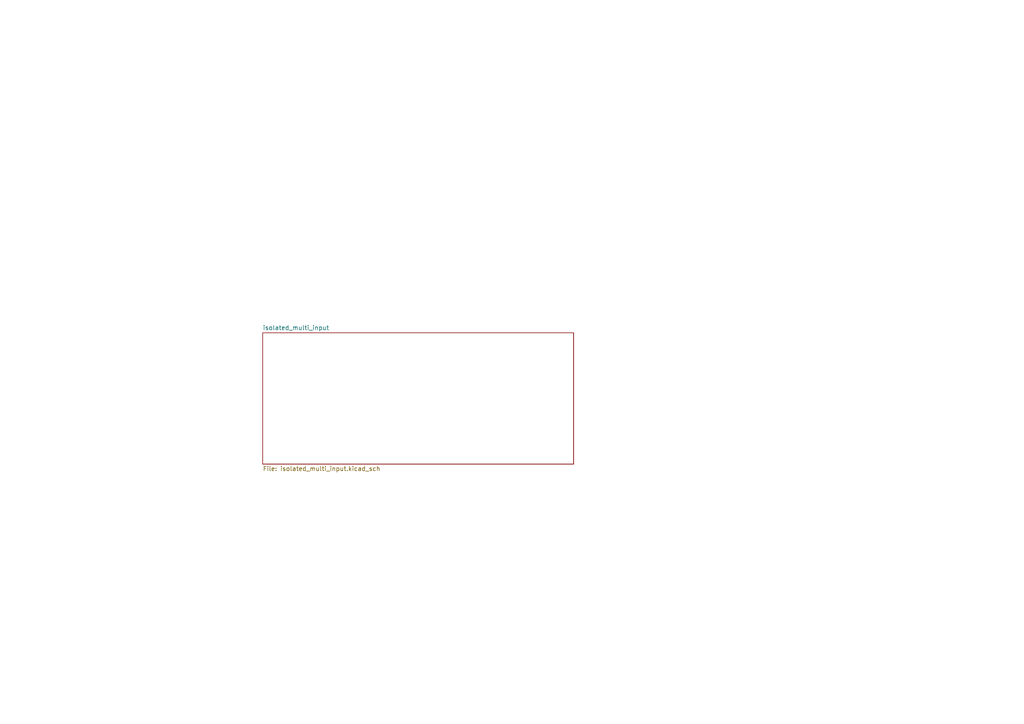
<source format=kicad_sch>
(kicad_sch (version 20211123) (generator eeschema)
  (paper "A4")
  (lib_symbols)
  (sheet (at 76.2 96.52) (size 90.17 38.1) (stroke (width 0.1524))
    (property "Sheet name" "isolated_multi_input" (at 76.2 95.8084 0) (effects (justify left bottom)))
    (property "Sheet file" "isolated_multi_input.kicad_sch" (at 76.2 135.2046 0) (effects (justify left top)))
  )
)
</source>
